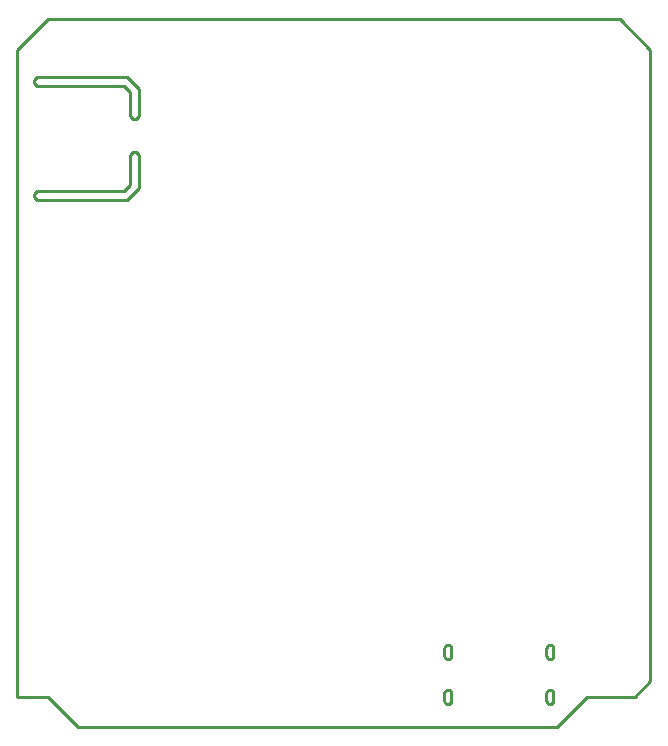
<source format=gbr>
G04 EAGLE Gerber RS-274X export*
G75*
%MOMM*%
%FSLAX34Y34*%
%LPD*%
%IN*%
%IPPOS*%
%AMOC8*
5,1,8,0,0,1.08239X$1,22.5*%
G01*
%ADD10C,0.254000*%


D10*
X36830Y62230D02*
X62992Y62230D01*
X88392Y36830D01*
X493268Y36830D01*
X518668Y62230D01*
X559308Y62230D01*
X572770Y75692D01*
X572770Y610108D01*
X546608Y636270D01*
X62992Y636270D01*
X36830Y609854D01*
X36830Y62230D01*
X398300Y59100D02*
X398311Y58839D01*
X398346Y58579D01*
X398402Y58324D01*
X398481Y58074D01*
X398581Y57832D01*
X398702Y57600D01*
X398843Y57379D01*
X399002Y57172D01*
X399179Y56979D01*
X399372Y56802D01*
X399579Y56643D01*
X399800Y56502D01*
X400032Y56381D01*
X400274Y56281D01*
X400524Y56202D01*
X400779Y56146D01*
X401039Y56111D01*
X401300Y56100D01*
X401561Y56111D01*
X401821Y56146D01*
X402076Y56202D01*
X402326Y56281D01*
X402568Y56381D01*
X402800Y56502D01*
X403021Y56643D01*
X403228Y56802D01*
X403421Y56979D01*
X403598Y57172D01*
X403757Y57379D01*
X403898Y57600D01*
X404019Y57832D01*
X404119Y58074D01*
X404198Y58324D01*
X404254Y58579D01*
X404289Y58839D01*
X404300Y59100D01*
X404300Y65100D01*
X404289Y65361D01*
X404254Y65621D01*
X404198Y65876D01*
X404119Y66126D01*
X404019Y66368D01*
X403898Y66600D01*
X403757Y66821D01*
X403598Y67028D01*
X403421Y67221D01*
X403228Y67398D01*
X403021Y67557D01*
X402800Y67698D01*
X402568Y67819D01*
X402326Y67919D01*
X402076Y67998D01*
X401821Y68054D01*
X401561Y68089D01*
X401300Y68100D01*
X401039Y68089D01*
X400779Y68054D01*
X400524Y67998D01*
X400274Y67919D01*
X400032Y67819D01*
X399800Y67698D01*
X399579Y67557D01*
X399372Y67398D01*
X399179Y67221D01*
X399002Y67028D01*
X398843Y66821D01*
X398702Y66600D01*
X398581Y66368D01*
X398481Y66126D01*
X398402Y65876D01*
X398346Y65621D01*
X398311Y65361D01*
X398300Y65100D01*
X398300Y59100D01*
X484700Y59100D02*
X484711Y58839D01*
X484746Y58579D01*
X484802Y58324D01*
X484881Y58074D01*
X484981Y57832D01*
X485102Y57600D01*
X485243Y57379D01*
X485402Y57172D01*
X485579Y56979D01*
X485772Y56802D01*
X485979Y56643D01*
X486200Y56502D01*
X486432Y56381D01*
X486674Y56281D01*
X486924Y56202D01*
X487179Y56146D01*
X487439Y56111D01*
X487700Y56100D01*
X487961Y56111D01*
X488221Y56146D01*
X488476Y56202D01*
X488726Y56281D01*
X488968Y56381D01*
X489200Y56502D01*
X489421Y56643D01*
X489628Y56802D01*
X489821Y56979D01*
X489998Y57172D01*
X490157Y57379D01*
X490298Y57600D01*
X490419Y57832D01*
X490519Y58074D01*
X490598Y58324D01*
X490654Y58579D01*
X490689Y58839D01*
X490700Y59100D01*
X490700Y65100D01*
X490689Y65361D01*
X490654Y65621D01*
X490598Y65876D01*
X490519Y66126D01*
X490419Y66368D01*
X490298Y66600D01*
X490157Y66821D01*
X489998Y67028D01*
X489821Y67221D01*
X489628Y67398D01*
X489421Y67557D01*
X489200Y67698D01*
X488968Y67819D01*
X488726Y67919D01*
X488476Y67998D01*
X488221Y68054D01*
X487961Y68089D01*
X487700Y68100D01*
X487439Y68089D01*
X487179Y68054D01*
X486924Y67998D01*
X486674Y67919D01*
X486432Y67819D01*
X486200Y67698D01*
X485979Y67557D01*
X485772Y67398D01*
X485579Y67221D01*
X485402Y67028D01*
X485243Y66821D01*
X485102Y66600D01*
X484981Y66368D01*
X484881Y66126D01*
X484802Y65876D01*
X484746Y65621D01*
X484711Y65361D01*
X484700Y65100D01*
X484700Y59100D01*
X398300Y97100D02*
X398311Y96839D01*
X398346Y96579D01*
X398402Y96324D01*
X398481Y96074D01*
X398581Y95832D01*
X398702Y95600D01*
X398843Y95379D01*
X399002Y95172D01*
X399179Y94979D01*
X399372Y94802D01*
X399579Y94643D01*
X399800Y94502D01*
X400032Y94381D01*
X400274Y94281D01*
X400524Y94202D01*
X400779Y94146D01*
X401039Y94111D01*
X401300Y94100D01*
X401561Y94111D01*
X401821Y94146D01*
X402076Y94202D01*
X402326Y94281D01*
X402568Y94381D01*
X402800Y94502D01*
X403021Y94643D01*
X403228Y94802D01*
X403421Y94979D01*
X403598Y95172D01*
X403757Y95379D01*
X403898Y95600D01*
X404019Y95832D01*
X404119Y96074D01*
X404198Y96324D01*
X404254Y96579D01*
X404289Y96839D01*
X404300Y97100D01*
X404300Y103100D01*
X404289Y103361D01*
X404254Y103621D01*
X404198Y103876D01*
X404119Y104126D01*
X404019Y104368D01*
X403898Y104600D01*
X403757Y104821D01*
X403598Y105028D01*
X403421Y105221D01*
X403228Y105398D01*
X403021Y105557D01*
X402800Y105698D01*
X402568Y105819D01*
X402326Y105919D01*
X402076Y105998D01*
X401821Y106054D01*
X401561Y106089D01*
X401300Y106100D01*
X401039Y106089D01*
X400779Y106054D01*
X400524Y105998D01*
X400274Y105919D01*
X400032Y105819D01*
X399800Y105698D01*
X399579Y105557D01*
X399372Y105398D01*
X399179Y105221D01*
X399002Y105028D01*
X398843Y104821D01*
X398702Y104600D01*
X398581Y104368D01*
X398481Y104126D01*
X398402Y103876D01*
X398346Y103621D01*
X398311Y103361D01*
X398300Y103100D01*
X398300Y97100D01*
X484700Y97100D02*
X484711Y96839D01*
X484746Y96579D01*
X484802Y96324D01*
X484881Y96074D01*
X484981Y95832D01*
X485102Y95600D01*
X485243Y95379D01*
X485402Y95172D01*
X485579Y94979D01*
X485772Y94802D01*
X485979Y94643D01*
X486200Y94502D01*
X486432Y94381D01*
X486674Y94281D01*
X486924Y94202D01*
X487179Y94146D01*
X487439Y94111D01*
X487700Y94100D01*
X487961Y94111D01*
X488221Y94146D01*
X488476Y94202D01*
X488726Y94281D01*
X488968Y94381D01*
X489200Y94502D01*
X489421Y94643D01*
X489628Y94802D01*
X489821Y94979D01*
X489998Y95172D01*
X490157Y95379D01*
X490298Y95600D01*
X490419Y95832D01*
X490519Y96074D01*
X490598Y96324D01*
X490654Y96579D01*
X490689Y96839D01*
X490700Y97100D01*
X490700Y103100D01*
X490689Y103361D01*
X490654Y103621D01*
X490598Y103876D01*
X490519Y104126D01*
X490419Y104368D01*
X490298Y104600D01*
X490157Y104821D01*
X489998Y105028D01*
X489821Y105221D01*
X489628Y105398D01*
X489421Y105557D01*
X489200Y105698D01*
X488968Y105819D01*
X488726Y105919D01*
X488476Y105998D01*
X488221Y106054D01*
X487961Y106089D01*
X487700Y106100D01*
X487439Y106089D01*
X487179Y106054D01*
X486924Y105998D01*
X486674Y105919D01*
X486432Y105819D01*
X486200Y105698D01*
X485979Y105557D01*
X485772Y105398D01*
X485579Y105221D01*
X485402Y105028D01*
X485243Y104821D01*
X485102Y104600D01*
X484981Y104368D01*
X484881Y104126D01*
X484802Y103876D01*
X484746Y103621D01*
X484711Y103361D01*
X484700Y103100D01*
X484700Y97100D01*
X50800Y485140D02*
X53340Y482600D01*
X129540Y482600D01*
X139700Y492760D01*
X139700Y520700D01*
X137160Y523240D01*
X134620Y523240D01*
X132080Y520700D01*
X132080Y495300D01*
X127000Y490220D01*
X53340Y490220D01*
X50800Y487680D01*
X50800Y485140D01*
X50800Y581660D02*
X53340Y579120D01*
X127000Y579120D01*
X132080Y574040D01*
X132080Y553720D01*
X134620Y551180D01*
X137160Y551180D01*
X139700Y553720D01*
X139700Y576580D01*
X129540Y586740D01*
X53340Y586740D01*
X50800Y584200D01*
X50800Y581660D01*
M02*

</source>
